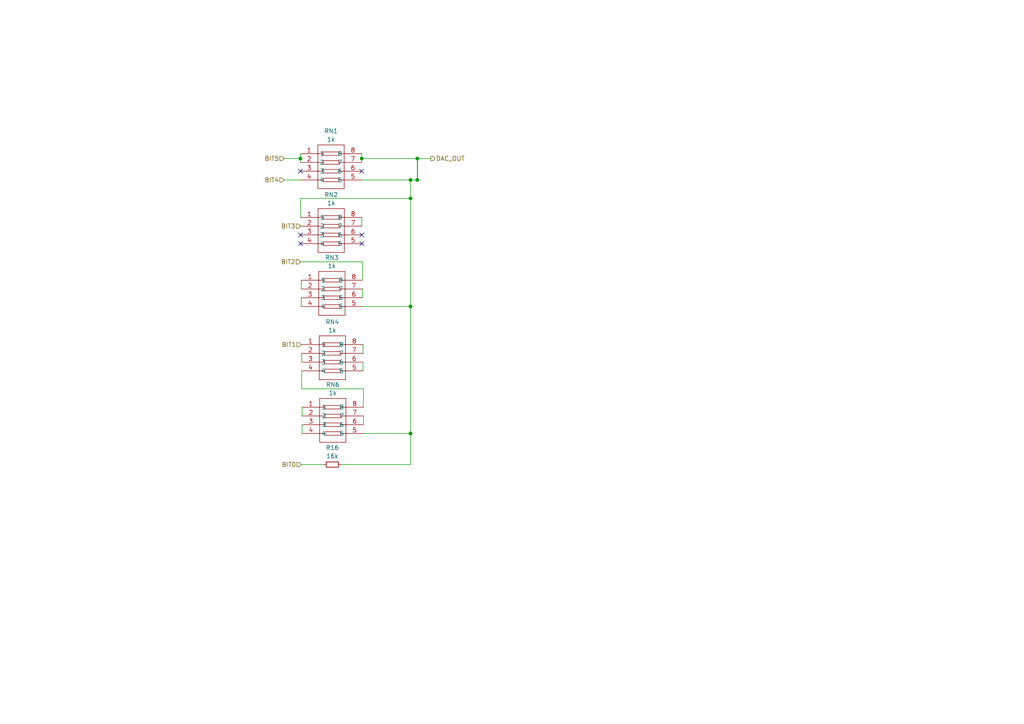
<source format=kicad_sch>
(kicad_sch (version 20230121) (generator eeschema)
  (paper "A4")
  (lib_symbols
    (symbol "easyeda2kicad:4D03WGJ0102T5E"
      (property "Reference" "RN" (at 0 8.89 0))
      (property "Value" "4D03WGJ0102T5E" (at 0 -8.89 0))
      (symbol "4D03WGJ0102T5E_0_1"
        (polyline (pts (xy -3.81 -6.35) (xy 3.81 -6.35)))
        (polyline (pts (xy -3.81 -3.81) (xy -2.29 -3.81)))
        (polyline (pts (xy -3.81 -1.27) (xy -2.29 -1.27)))
        (polyline (pts (xy -3.81 1.27) (xy -2.29 1.27)))
        (polyline (pts (xy -3.81 3.81) (xy -2.29 3.81)))
        (polyline (pts (xy -3.81 6.35) (xy -3.81 -6.35)))
        (polyline (pts (xy -3.81 6.35) (xy 3.81 6.35)))
        (polyline (pts (xy -2.29 -3.3) (xy 2.29 -3.3)))
        (polyline (pts (xy -2.29 -0.76) (xy 2.29 -0.76)))
        (polyline (pts (xy -2.29 1.78) (xy 2.29 1.78)))
        (polyline (pts (xy -2.29 4.32) (xy 2.29 4.32)))
        (polyline (pts (xy 2.29 -3.81) (xy 3.81 -3.81)))
        (polyline (pts (xy 2.29 -1.27) (xy 3.81 -1.27)))
        (polyline (pts (xy 2.29 1.27) (xy 3.81 1.27)))
        (polyline (pts (xy 2.29 3.81) (xy 3.81 3.81)))
        (polyline (pts (xy 3.81 6.35) (xy 3.81 -6.35)))
        (polyline (pts (xy -2.29 -3.3) (xy -2.29 -4.32) (xy 2.29 -4.32) (xy 2.29 -3.3)))
        (polyline (pts (xy -2.29 -0.76) (xy -2.29 -1.78) (xy 2.29 -1.78) (xy 2.29 -0.76)))
        (polyline (pts (xy -2.29 1.78) (xy -2.29 0.76) (xy 2.29 0.76) (xy 2.29 1.78)))
        (polyline (pts (xy -2.29 4.32) (xy -2.29 3.3) (xy 2.29 3.3) (xy 2.29 4.32)))
        (pin input line (at -8.89 3.81 0) (length 5.08) (name "1") (number "1"))
        (pin input line (at -8.89 1.27 0) (length 5.08) (name "2") (number "2"))
        (pin input line (at -8.89 -1.27 0) (length 5.08) (name "3") (number "3"))
        (pin input line (at -8.89 -3.81 0) (length 5.08) (name "4") (number "4"))
        (pin input line (at 8.89 -3.81 180) (length 5.08) (name "5") (number "5"))
        (pin input line (at 8.89 -1.27 180) (length 5.08) (name "6") (number "6"))
        (pin input line (at 8.89 1.27 180) (length 5.08) (name "7") (number "7"))
        (pin input line (at 8.89 3.81 180) (length 5.08) (name "8") (number "8"))
      )
    )
    (symbol "jlcpcb-basic-resistor-0603:16k" (pin_numbers hide) (pin_names (offset 1.016) hide)
      (property "Reference" "R" (at 2.032 0 90))
      (property "Value" "16k" (at 0 0 90))
      (symbol "16k_0_1"
        (rectangle (start -0.762 1.778) (end 0.762 -1.778) (stroke (width 0.2032)))
      )
      (symbol "16k_1_1"
        (pin passive line (at 0 2.54 270) (length 0.762) (name "~") (number "1"))
        (pin passive line (at 0 -2.54 90) (length 0.762) (name "~") (number "2"))
      )
    )
  )
  (junction (at 119.0655 88.9))
  (junction (at 121.031 45.974))
  (junction (at 119.0655 125.73))
  (junction (at 104.902 45.974))
  (junction (at 87.122 45.974))
  (junction (at 119.0655 52.197))
  (junction (at 119.0655 57.5535))
  (junction (at 121.031 52.197))
  (no_connect (at 104.9461 70.672))
  (no_connect (at 87.1661 70.672))
  (no_connect (at 104.902 49.657))
  (no_connect (at 104.9461 68.132))
  (no_connect (at 87.122 49.657))
  (no_connect (at 87.1661 68.132))
  (wire (pts (xy 87.503 112.7746) (xy 105.41 112.7746)))
  (wire (pts (xy 82.423 52.197) (xy 87.122 52.197)))
  (wire (pts (xy 105.41 125.73) (xy 119.0655 125.73)))
  (wire (pts (xy 87.122 44.577) (xy 87.122 45.974)))
  (wire (pts (xy 121.031 45.974) (xy 124.968 45.974)))
  (wire (pts (xy 105.283 105.029) (xy 105.283 107.569)))
  (wire (pts (xy 87.63 118.11) (xy 87.63 120.65)))
  (wire (pts (xy 119.0655 57.5535) (xy 119.0655 52.197)))
  (wire (pts (xy 87.376 134.747) (xy 93.853 134.747)))
  (wire (pts (xy 121.031 45.974) (xy 121.031 52.197)))
  (wire (pts (xy 119.0655 52.197) (xy 104.902 52.197)))
  (wire (pts (xy 87.503 107.569) (xy 87.503 112.7746)))
  (wire (pts (xy 104.902 44.577) (xy 104.902 45.974)))
  (wire (pts (xy 82.423 45.974) (xy 87.122 45.974)))
  (wire (pts (xy 119.0655 88.9) (xy 119.0655 57.5535)))
  (wire (pts (xy 87.376 99.949) (xy 87.503 99.949)))
  (wire (pts (xy 119.0655 134.747) (xy 119.0655 125.73)))
  (wire (pts (xy 87.376 81.28) (xy 87.376 83.82)))
  (wire (pts (xy 105.41 120.65) (xy 105.41 123.19)))
  (wire (pts (xy 121.1108 52.197) (xy 121.031 52.197)))
  (wire (pts (xy 87.1661 75.946) (xy 105.156 75.946)))
  (wire (pts (xy 104.9461 63.052) (xy 104.9461 65.592)))
  (wire (pts (xy 105.156 75.946) (xy 105.156 81.28)))
  (wire (pts (xy 87.376 86.36) (xy 87.376 88.9)))
  (wire (pts (xy 105.41 112.7746) (xy 105.41 118.11)))
  (wire (pts (xy 119.0655 125.73) (xy 119.0655 88.9)))
  (wire (pts (xy 105.156 83.82) (xy 105.156 86.36)))
  (wire (pts (xy 121.031 52.197) (xy 119.0655 52.197)))
  (wire (pts (xy 121.1108 45.974) (xy 121.1108 52.197)))
  (wire (pts (xy 87.1661 57.5535) (xy 119.0655 57.5535)))
  (wire (pts (xy 87.63 123.19) (xy 87.63 125.73)))
  (wire (pts (xy 104.902 45.974) (xy 121.031 45.974)))
  (wire (pts (xy 104.902 45.974) (xy 104.902 47.117)))
  (wire (pts (xy 98.933 134.747) (xy 119.0655 134.747)))
  (wire (pts (xy 105.156 88.9) (xy 119.0655 88.9)))
  (wire (pts (xy 87.1661 63.052) (xy 87.1661 57.5535)))
  (wire (pts (xy 87.503 102.489) (xy 87.503 105.029)))
  (wire (pts (xy 87.122 45.974) (xy 87.122 47.117)))
  (wire (pts (xy 105.283 99.949) (xy 105.283 102.489)))
  (hierarchical_label "BIT1" (shape input) (at 87.376 99.949 180))
  (hierarchical_label "BIT2" (shape input) (at 87.1661 75.946 180))
  (hierarchical_label "BIT0" (shape input) (at 87.376 134.747 180))
  (hierarchical_label "BIT5" (shape input) (at 82.423 45.974 180))
  (hierarchical_label "DAC_OUT" (shape output) (at 124.968 45.974 0))
  (hierarchical_label "BIT4" (shape input) (at 82.423 52.197 180))
  (hierarchical_label "BIT3" (shape input) (at 87.1661 65.592 180))
  (symbol (lib_id "easyeda2kicad:4D03WGJ0102T5E") (at 96.012 48.387 0) (unit 1)
    (property "Reference" "RN1" (at 96.012 38.0197 0))
    (property "Value" "1k" (at 96.012 40.4439 0))
    (property "Footprint" "easyeda2kicad:RES-ARRAY-SMD_0603-8P-L3.2-W1.6-BL" (effects hide))
    (property "Datasheet" "https://lcsc.com/product-detail/Resistor-Networks-Arrays_1KR-102-5_C20197.html" (effects hide))
    (property "LCSC Part" "C20197" (effects hide))
  )
  (symbol (lib_id "jlcpcb-basic-resistor-0603:16k") (at 96.393 134.747 270) (unit 1)
    (property "Reference" "R16" (at 96.393 129.8661 90))
    (property "Value" "16k" (at 96.393 132.2903 90))
    (property "Footprint" "R_0603_1608Metric" (effects hide))
    (property "Datasheet" "https://datasheet.lcsc.com/szlcsc/Uniroyal-Elec-0603WAF1602T5E_C22818.pdf" (effects hide))
    (property "LCSC" "C22818" (effects hide))
  )
  (symbol (lib_id "easyeda2kicad:4D03WGJ0102T5E") (at 96.0561 66.862 0) (unit 1)
    (property "Reference" "RN2" (at 96.0561 56.4947 0))
    (property "Value" "1k" (at 96.0561 58.9189 0))
    (property "Footprint" "easyeda2kicad:RES-ARRAY-SMD_0603-8P-L3.2-W1.6-BL" (effects hide))
    (property "Datasheet" "https://lcsc.com/product-detail/Resistor-Networks-Arrays_1KR-102-5_C20197.html" (effects hide))
    (property "LCSC Part" "C20197" (effects hide))
  )
  (symbol (lib_id "easyeda2kicad:4D03WGJ0102T5E") (at 96.393 103.759 0) (unit 1)
    (property "Reference" "RN4" (at 96.393 93.3917 0))
    (property "Value" "1k" (at 96.393 95.8159 0))
    (property "Footprint" "easyeda2kicad:RES-ARRAY-SMD_0603-8P-L3.2-W1.6-BL" (effects hide))
    (property "Datasheet" "https://lcsc.com/product-detail/Resistor-Networks-Arrays_1KR-102-5_C20197.html" (effects hide))
    (property "LCSC Part" "C20197" (effects hide))
  )
  (symbol (lib_id "easyeda2kicad:4D03WGJ0102T5E") (at 96.52 121.92 0) (unit 1)
    (property "Reference" "RN6" (at 96.52 111.5527 0))
    (property "Value" "1k" (at 96.52 113.9769 0))
    (property "Footprint" "easyeda2kicad:RES-ARRAY-SMD_0603-8P-L3.2-W1.6-BL" (effects hide))
    (property "Datasheet" "https://lcsc.com/product-detail/Resistor-Networks-Arrays_1KR-102-5_C20197.html" (effects hide))
    (property "LCSC Part" "C20197" (effects hide))
  )
  (symbol (lib_id "easyeda2kicad:4D03WGJ0102T5E") (at 96.266 85.09 0) (unit 1)
    (property "Reference" "RN3" (at 96.266 74.7227 0))
    (property "Value" "1k" (at 96.266 77.1469 0))
    (property "Footprint" "easyeda2kicad:RES-ARRAY-SMD_0603-8P-L3.2-W1.6-BL" (effects hide))
    (property "Datasheet" "https://lcsc.com/product-detail/Resistor-Networks-Arrays_1KR-102-5_C20197.html" (effects hide))
    (property "LCSC Part" "C20197" (effects hide))
  )
)
</source>
